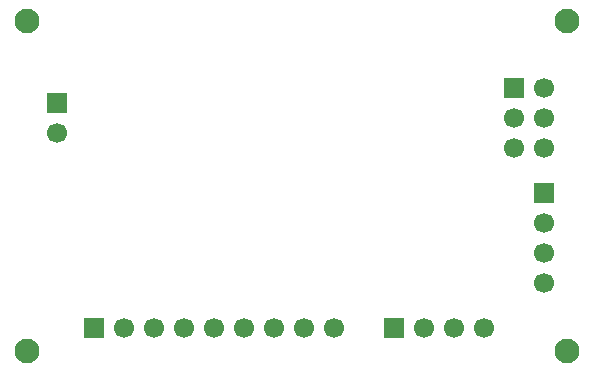
<source format=gbr>
%TF.GenerationSoftware,KiCad,Pcbnew,9.0.4*%
%TF.CreationDate,2025-09-30T03:14:49+08:00*%
%TF.ProjectId,MCU Datalogger,4d435520-4461-4746-916c-6f676765722e,1*%
%TF.SameCoordinates,Original*%
%TF.FileFunction,Soldermask,Bot*%
%TF.FilePolarity,Negative*%
%FSLAX46Y46*%
G04 Gerber Fmt 4.6, Leading zero omitted, Abs format (unit mm)*
G04 Created by KiCad (PCBNEW 9.0.4) date 2025-09-30 03:14:49*
%MOMM*%
%LPD*%
G01*
G04 APERTURE LIST*
%ADD10R,1.700000X1.700000*%
%ADD11C,1.700000*%
%ADD12C,2.100000*%
G04 APERTURE END LIST*
D10*
%TO.C,J3*%
X120015000Y-84455000D03*
D11*
X122555000Y-84455000D03*
X125095000Y-84455000D03*
X127635000Y-84455000D03*
%TD*%
%TO.C,J1*%
X114935000Y-84455000D03*
X112395000Y-84455000D03*
X109855000Y-84455000D03*
X107315000Y-84455000D03*
X104775000Y-84455000D03*
X102235000Y-84455000D03*
X99695000Y-84455000D03*
X97155000Y-84455000D03*
D10*
X94615000Y-84455000D03*
%TD*%
%TO.C,BT1*%
X91440000Y-65400000D03*
D11*
X91440000Y-67940000D03*
%TD*%
D12*
%TO.C,H3*%
X134620000Y-58420000D03*
%TD*%
D10*
%TO.C,J4*%
X130170000Y-64135000D03*
D11*
X132710000Y-64135000D03*
X130170000Y-66675000D03*
X132710000Y-66675000D03*
X130170000Y-69215000D03*
X132710000Y-69215000D03*
%TD*%
D12*
%TO.C,H2*%
X88900000Y-86360000D03*
%TD*%
%TO.C,H4*%
X134620000Y-86360000D03*
%TD*%
D10*
%TO.C,J2*%
X132715000Y-73025000D03*
D11*
X132715000Y-75565000D03*
X132715000Y-78105000D03*
X132715000Y-80645000D03*
%TD*%
D12*
%TO.C,H1*%
X88900000Y-58420000D03*
%TD*%
M02*

</source>
